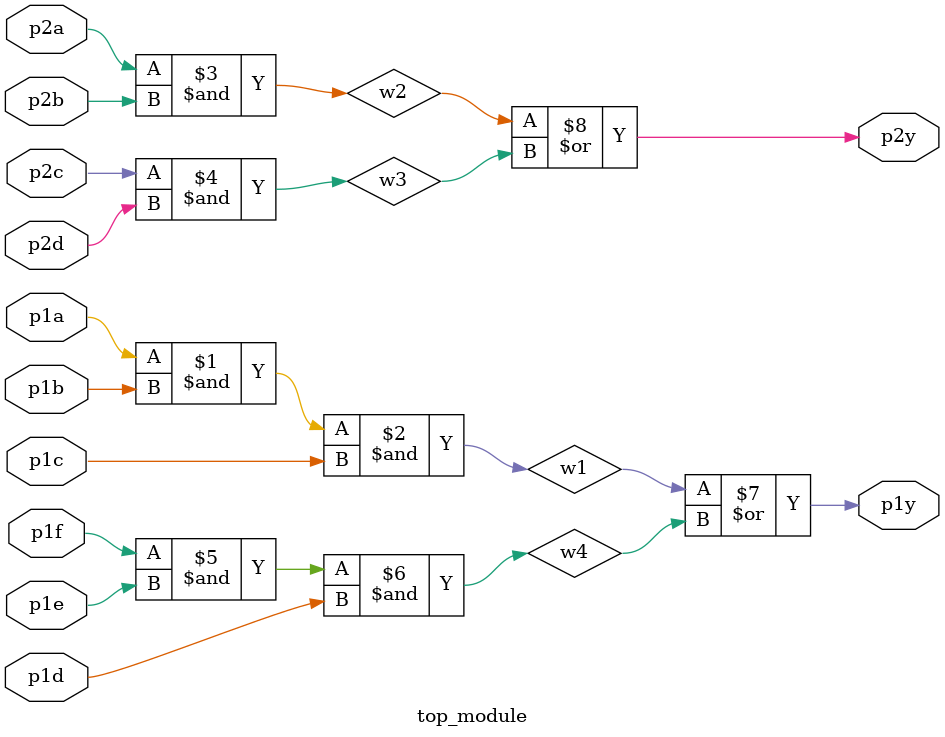
<source format=v>
module top_module ( 
    input p1a, p1b, p1c, p1d, p1e, p1f,
    output p1y,
    input p2a, p2b, p2c, p2d,
    output p2y );
wire w1,w2,w3,w4;
	assign w1 = p1a & p1b & p1c;
    assign w2 = p2a & p2b;
    assign w3 = p2c & p2d;
    assign w4 = p1f & p1e & p1d;
    assign p1y = w1 | w4;
    assign p2y = w2 | w3;
endmodule

</source>
